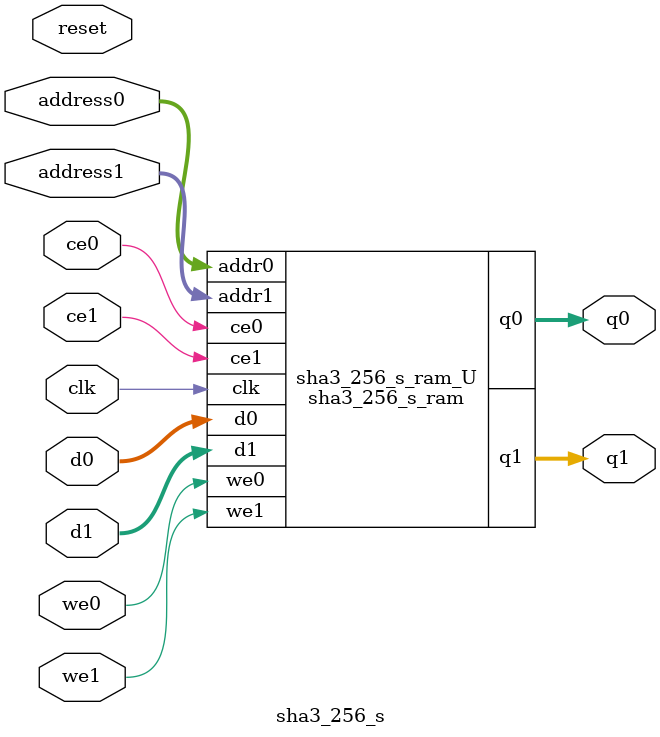
<source format=v>
`timescale 1 ns / 1 ps
module sha3_256_s_ram (addr0, ce0, d0, we0, q0, addr1, ce1, d1, we1, q1,  clk);

parameter DWIDTH = 64;
parameter AWIDTH = 5;
parameter MEM_SIZE = 25;

input[AWIDTH-1:0] addr0;
input ce0;
input[DWIDTH-1:0] d0;
input we0;
output reg[DWIDTH-1:0] q0;
input[AWIDTH-1:0] addr1;
input ce1;
input[DWIDTH-1:0] d1;
input we1;
output reg[DWIDTH-1:0] q1;
input clk;

(* ram_style = "block" *)reg [DWIDTH-1:0] ram[0:MEM_SIZE-1];




always @(posedge clk)  
begin 
    if (ce0) 
    begin
        if (we0) 
        begin 
            ram[addr0] <= d0; 
        end 
        q0 <= ram[addr0];
    end
end


always @(posedge clk)  
begin 
    if (ce1) 
    begin
        if (we1) 
        begin 
            ram[addr1] <= d1; 
        end 
        q1 <= ram[addr1];
    end
end


endmodule

`timescale 1 ns / 1 ps
module sha3_256_s(
    reset,
    clk,
    address0,
    ce0,
    we0,
    d0,
    q0,
    address1,
    ce1,
    we1,
    d1,
    q1);

parameter DataWidth = 32'd64;
parameter AddressRange = 32'd25;
parameter AddressWidth = 32'd5;
input reset;
input clk;
input[AddressWidth - 1:0] address0;
input ce0;
input we0;
input[DataWidth - 1:0] d0;
output[DataWidth - 1:0] q0;
input[AddressWidth - 1:0] address1;
input ce1;
input we1;
input[DataWidth - 1:0] d1;
output[DataWidth - 1:0] q1;



sha3_256_s_ram sha3_256_s_ram_U(
    .clk( clk ),
    .addr0( address0 ),
    .ce0( ce0 ),
    .we0( we0 ),
    .d0( d0 ),
    .q0( q0 ),
    .addr1( address1 ),
    .ce1( ce1 ),
    .we1( we1 ),
    .d1( d1 ),
    .q1( q1 ));

endmodule


</source>
